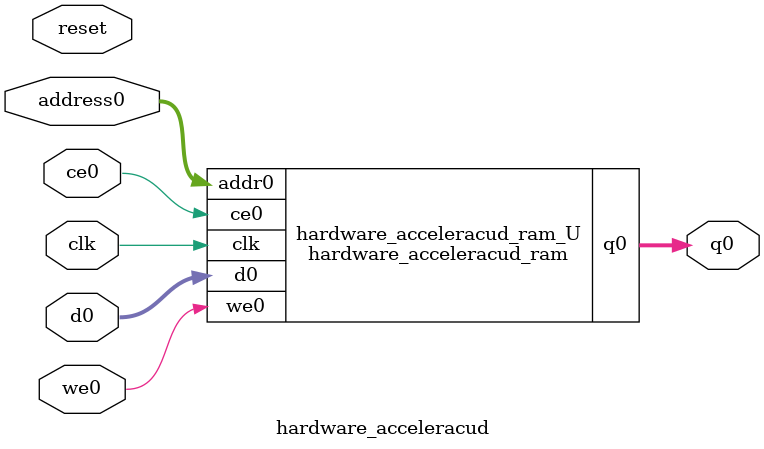
<source format=v>

`timescale 1 ns / 1 ps
module hardware_acceleracud_ram (addr0, ce0, d0, we0, q0,  clk);

parameter DWIDTH = 32;
parameter AWIDTH = 13;
parameter MEM_SIZE = 7840;

input[AWIDTH-1:0] addr0;
input ce0;
input[DWIDTH-1:0] d0;
input we0;
output reg[DWIDTH-1:0] q0;
input clk;

(* ram_style = "block" *)reg [DWIDTH-1:0] ram[0:MEM_SIZE-1];




always @(posedge clk)  
begin 
    if (ce0) 
    begin
        if (we0) 
        begin 
            ram[addr0] <= d0; 
            q0 <= d0;
        end 
        else 
            q0 <= ram[addr0];
    end
end


endmodule


`timescale 1 ns / 1 ps
module hardware_acceleracud(
    reset,
    clk,
    address0,
    ce0,
    we0,
    d0,
    q0);

parameter DataWidth = 32'd32;
parameter AddressRange = 32'd7840;
parameter AddressWidth = 32'd13;
input reset;
input clk;
input[AddressWidth - 1:0] address0;
input ce0;
input we0;
input[DataWidth - 1:0] d0;
output[DataWidth - 1:0] q0;



hardware_acceleracud_ram hardware_acceleracud_ram_U(
    .clk( clk ),
    .addr0( address0 ),
    .ce0( ce0 ),
    .we0( we0 ),
    .d0( d0 ),
    .q0( q0 ));

endmodule


</source>
